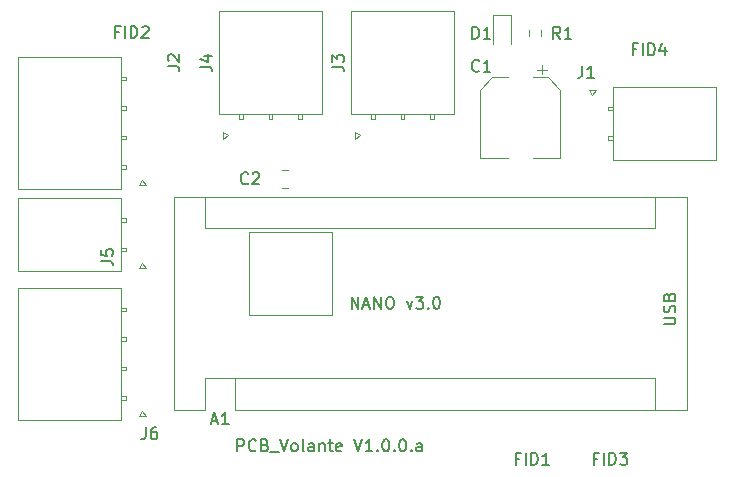
<source format=gbr>
%TF.GenerationSoftware,KiCad,Pcbnew,(5.1.8)-1*%
%TF.CreationDate,2021-05-07T13:22:02+02:00*%
%TF.ProjectId,Inputs_Volante,496e7075-7473-45f5-966f-6c616e74652e,rev?*%
%TF.SameCoordinates,Original*%
%TF.FileFunction,Legend,Top*%
%TF.FilePolarity,Positive*%
%FSLAX46Y46*%
G04 Gerber Fmt 4.6, Leading zero omitted, Abs format (unit mm)*
G04 Created by KiCad (PCBNEW (5.1.8)-1) date 2021-05-07 13:22:02*
%MOMM*%
%LPD*%
G01*
G04 APERTURE LIST*
%ADD10C,0.150000*%
%ADD11C,0.120000*%
G04 APERTURE END LIST*
D10*
X110196380Y-92193904D02*
X111005904Y-92193904D01*
X111101142Y-92146285D01*
X111148761Y-92098666D01*
X111196380Y-92003428D01*
X111196380Y-91812952D01*
X111148761Y-91717714D01*
X111101142Y-91670095D01*
X111005904Y-91622476D01*
X110196380Y-91622476D01*
X111148761Y-91193904D02*
X111196380Y-91051047D01*
X111196380Y-90812952D01*
X111148761Y-90717714D01*
X111101142Y-90670095D01*
X111005904Y-90622476D01*
X110910666Y-90622476D01*
X110815428Y-90670095D01*
X110767809Y-90717714D01*
X110720190Y-90812952D01*
X110672571Y-91003428D01*
X110624952Y-91098666D01*
X110577333Y-91146285D01*
X110482095Y-91193904D01*
X110386857Y-91193904D01*
X110291619Y-91146285D01*
X110244000Y-91098666D01*
X110196380Y-91003428D01*
X110196380Y-90765333D01*
X110244000Y-90622476D01*
X110672571Y-89860571D02*
X110720190Y-89717714D01*
X110767809Y-89670095D01*
X110863047Y-89622476D01*
X111005904Y-89622476D01*
X111101142Y-89670095D01*
X111148761Y-89717714D01*
X111196380Y-89812952D01*
X111196380Y-90193904D01*
X110196380Y-90193904D01*
X110196380Y-89860571D01*
X110244000Y-89765333D01*
X110291619Y-89717714D01*
X110386857Y-89670095D01*
X110482095Y-89670095D01*
X110577333Y-89717714D01*
X110624952Y-89765333D01*
X110672571Y-89860571D01*
X110672571Y-90193904D01*
X83788714Y-90876380D02*
X83788714Y-89876380D01*
X84360142Y-90876380D01*
X84360142Y-89876380D01*
X84788714Y-90590666D02*
X85264904Y-90590666D01*
X84693476Y-90876380D02*
X85026809Y-89876380D01*
X85360142Y-90876380D01*
X85693476Y-90876380D02*
X85693476Y-89876380D01*
X86264904Y-90876380D01*
X86264904Y-89876380D01*
X86931571Y-89876380D02*
X87122047Y-89876380D01*
X87217285Y-89924000D01*
X87312523Y-90019238D01*
X87360142Y-90209714D01*
X87360142Y-90543047D01*
X87312523Y-90733523D01*
X87217285Y-90828761D01*
X87122047Y-90876380D01*
X86931571Y-90876380D01*
X86836333Y-90828761D01*
X86741095Y-90733523D01*
X86693476Y-90543047D01*
X86693476Y-90209714D01*
X86741095Y-90019238D01*
X86836333Y-89924000D01*
X86931571Y-89876380D01*
X88455380Y-90209714D02*
X88693476Y-90876380D01*
X88931571Y-90209714D01*
X89217285Y-89876380D02*
X89836333Y-89876380D01*
X89503000Y-90257333D01*
X89645857Y-90257333D01*
X89741095Y-90304952D01*
X89788714Y-90352571D01*
X89836333Y-90447809D01*
X89836333Y-90685904D01*
X89788714Y-90781142D01*
X89741095Y-90828761D01*
X89645857Y-90876380D01*
X89360142Y-90876380D01*
X89264904Y-90828761D01*
X89217285Y-90781142D01*
X90264904Y-90781142D02*
X90312523Y-90828761D01*
X90264904Y-90876380D01*
X90217285Y-90828761D01*
X90264904Y-90781142D01*
X90264904Y-90876380D01*
X90931571Y-89876380D02*
X91026809Y-89876380D01*
X91122047Y-89924000D01*
X91169666Y-89971619D01*
X91217285Y-90066857D01*
X91264904Y-90257333D01*
X91264904Y-90495428D01*
X91217285Y-90685904D01*
X91169666Y-90781142D01*
X91122047Y-90828761D01*
X91026809Y-90876380D01*
X90931571Y-90876380D01*
X90836333Y-90828761D01*
X90788714Y-90781142D01*
X90741095Y-90685904D01*
X90693476Y-90495428D01*
X90693476Y-90257333D01*
X90741095Y-90066857D01*
X90788714Y-89971619D01*
X90836333Y-89924000D01*
X90931571Y-89876380D01*
X74105476Y-102941380D02*
X74105476Y-101941380D01*
X74486428Y-101941380D01*
X74581666Y-101989000D01*
X74629285Y-102036619D01*
X74676904Y-102131857D01*
X74676904Y-102274714D01*
X74629285Y-102369952D01*
X74581666Y-102417571D01*
X74486428Y-102465190D01*
X74105476Y-102465190D01*
X75676904Y-102846142D02*
X75629285Y-102893761D01*
X75486428Y-102941380D01*
X75391190Y-102941380D01*
X75248333Y-102893761D01*
X75153095Y-102798523D01*
X75105476Y-102703285D01*
X75057857Y-102512809D01*
X75057857Y-102369952D01*
X75105476Y-102179476D01*
X75153095Y-102084238D01*
X75248333Y-101989000D01*
X75391190Y-101941380D01*
X75486428Y-101941380D01*
X75629285Y-101989000D01*
X75676904Y-102036619D01*
X76438809Y-102417571D02*
X76581666Y-102465190D01*
X76629285Y-102512809D01*
X76676904Y-102608047D01*
X76676904Y-102750904D01*
X76629285Y-102846142D01*
X76581666Y-102893761D01*
X76486428Y-102941380D01*
X76105476Y-102941380D01*
X76105476Y-101941380D01*
X76438809Y-101941380D01*
X76534047Y-101989000D01*
X76581666Y-102036619D01*
X76629285Y-102131857D01*
X76629285Y-102227095D01*
X76581666Y-102322333D01*
X76534047Y-102369952D01*
X76438809Y-102417571D01*
X76105476Y-102417571D01*
X76867380Y-103036619D02*
X77629285Y-103036619D01*
X77724523Y-101941380D02*
X78057857Y-102941380D01*
X78391190Y-101941380D01*
X78867380Y-102941380D02*
X78772142Y-102893761D01*
X78724523Y-102846142D01*
X78676904Y-102750904D01*
X78676904Y-102465190D01*
X78724523Y-102369952D01*
X78772142Y-102322333D01*
X78867380Y-102274714D01*
X79010238Y-102274714D01*
X79105476Y-102322333D01*
X79153095Y-102369952D01*
X79200714Y-102465190D01*
X79200714Y-102750904D01*
X79153095Y-102846142D01*
X79105476Y-102893761D01*
X79010238Y-102941380D01*
X78867380Y-102941380D01*
X79772142Y-102941380D02*
X79676904Y-102893761D01*
X79629285Y-102798523D01*
X79629285Y-101941380D01*
X80581666Y-102941380D02*
X80581666Y-102417571D01*
X80534047Y-102322333D01*
X80438809Y-102274714D01*
X80248333Y-102274714D01*
X80153095Y-102322333D01*
X80581666Y-102893761D02*
X80486428Y-102941380D01*
X80248333Y-102941380D01*
X80153095Y-102893761D01*
X80105476Y-102798523D01*
X80105476Y-102703285D01*
X80153095Y-102608047D01*
X80248333Y-102560428D01*
X80486428Y-102560428D01*
X80581666Y-102512809D01*
X81057857Y-102274714D02*
X81057857Y-102941380D01*
X81057857Y-102369952D02*
X81105476Y-102322333D01*
X81200714Y-102274714D01*
X81343571Y-102274714D01*
X81438809Y-102322333D01*
X81486428Y-102417571D01*
X81486428Y-102941380D01*
X81819761Y-102274714D02*
X82200714Y-102274714D01*
X81962619Y-101941380D02*
X81962619Y-102798523D01*
X82010238Y-102893761D01*
X82105476Y-102941380D01*
X82200714Y-102941380D01*
X82915000Y-102893761D02*
X82819761Y-102941380D01*
X82629285Y-102941380D01*
X82534047Y-102893761D01*
X82486428Y-102798523D01*
X82486428Y-102417571D01*
X82534047Y-102322333D01*
X82629285Y-102274714D01*
X82819761Y-102274714D01*
X82915000Y-102322333D01*
X82962619Y-102417571D01*
X82962619Y-102512809D01*
X82486428Y-102608047D01*
X84010238Y-101941380D02*
X84343571Y-102941380D01*
X84676904Y-101941380D01*
X85534047Y-102941380D02*
X84962619Y-102941380D01*
X85248333Y-102941380D02*
X85248333Y-101941380D01*
X85153095Y-102084238D01*
X85057857Y-102179476D01*
X84962619Y-102227095D01*
X85962619Y-102846142D02*
X86010238Y-102893761D01*
X85962619Y-102941380D01*
X85915000Y-102893761D01*
X85962619Y-102846142D01*
X85962619Y-102941380D01*
X86629285Y-101941380D02*
X86724523Y-101941380D01*
X86819761Y-101989000D01*
X86867380Y-102036619D01*
X86915000Y-102131857D01*
X86962619Y-102322333D01*
X86962619Y-102560428D01*
X86915000Y-102750904D01*
X86867380Y-102846142D01*
X86819761Y-102893761D01*
X86724523Y-102941380D01*
X86629285Y-102941380D01*
X86534047Y-102893761D01*
X86486428Y-102846142D01*
X86438809Y-102750904D01*
X86391190Y-102560428D01*
X86391190Y-102322333D01*
X86438809Y-102131857D01*
X86486428Y-102036619D01*
X86534047Y-101989000D01*
X86629285Y-101941380D01*
X87391190Y-102846142D02*
X87438809Y-102893761D01*
X87391190Y-102941380D01*
X87343571Y-102893761D01*
X87391190Y-102846142D01*
X87391190Y-102941380D01*
X88057857Y-101941380D02*
X88153095Y-101941380D01*
X88248333Y-101989000D01*
X88295952Y-102036619D01*
X88343571Y-102131857D01*
X88391190Y-102322333D01*
X88391190Y-102560428D01*
X88343571Y-102750904D01*
X88295952Y-102846142D01*
X88248333Y-102893761D01*
X88153095Y-102941380D01*
X88057857Y-102941380D01*
X87962619Y-102893761D01*
X87915000Y-102846142D01*
X87867380Y-102750904D01*
X87819761Y-102560428D01*
X87819761Y-102322333D01*
X87867380Y-102131857D01*
X87915000Y-102036619D01*
X87962619Y-101989000D01*
X88057857Y-101941380D01*
X88819761Y-102846142D02*
X88867380Y-102893761D01*
X88819761Y-102941380D01*
X88772142Y-102893761D01*
X88819761Y-102846142D01*
X88819761Y-102941380D01*
X89724523Y-102941380D02*
X89724523Y-102417571D01*
X89676904Y-102322333D01*
X89581666Y-102274714D01*
X89391190Y-102274714D01*
X89295952Y-102322333D01*
X89724523Y-102893761D02*
X89629285Y-102941380D01*
X89391190Y-102941380D01*
X89295952Y-102893761D01*
X89248333Y-102798523D01*
X89248333Y-102703285D01*
X89295952Y-102608047D01*
X89391190Y-102560428D01*
X89629285Y-102560428D01*
X89724523Y-102512809D01*
D11*
%TO.C, *%
X75113000Y-91384000D02*
X82113000Y-91384000D01*
X75113000Y-84384000D02*
X75113000Y-91384000D01*
X82113000Y-84384000D02*
X82113000Y-91384000D01*
X75113000Y-84384000D02*
X82113000Y-84384000D01*
%TO.C,C2*%
X77843748Y-80618000D02*
X78366252Y-80618000D01*
X77843748Y-79148000D02*
X78366252Y-79148000D01*
%TO.C,J6*%
X66340000Y-99959264D02*
X66040000Y-99535000D01*
X65740000Y-99959264D02*
X66340000Y-99959264D01*
X66040000Y-99535000D02*
X65740000Y-99959264D01*
X64680000Y-90775000D02*
X64230000Y-90775000D01*
X64680000Y-91075000D02*
X64680000Y-90775000D01*
X64230000Y-91075000D02*
X64680000Y-91075000D01*
X64230000Y-90775000D02*
X64230000Y-91075000D01*
X64680000Y-93275000D02*
X64230000Y-93275000D01*
X64680000Y-93575000D02*
X64680000Y-93275000D01*
X64230000Y-93575000D02*
X64680000Y-93575000D01*
X64230000Y-93275000D02*
X64230000Y-93575000D01*
X64680000Y-95775000D02*
X64230000Y-95775000D01*
X64680000Y-96075000D02*
X64680000Y-95775000D01*
X64230000Y-96075000D02*
X64680000Y-96075000D01*
X64230000Y-95775000D02*
X64230000Y-96075000D01*
X64680000Y-98275000D02*
X64230000Y-98275000D01*
X64680000Y-98575000D02*
X64680000Y-98275000D01*
X64230000Y-98575000D02*
X64680000Y-98575000D01*
X64230000Y-98275000D02*
X64230000Y-98575000D01*
X55550000Y-100255000D02*
X64230000Y-100255000D01*
X55550000Y-89095000D02*
X55550000Y-100255000D01*
X64230000Y-89095000D02*
X55550000Y-89095000D01*
X64230000Y-100255000D02*
X64230000Y-89095000D01*
%TO.C,J5*%
X66340000Y-87386264D02*
X66040000Y-86962000D01*
X65740000Y-87386264D02*
X66340000Y-87386264D01*
X66040000Y-86962000D02*
X65740000Y-87386264D01*
X64680000Y-83202000D02*
X64230000Y-83202000D01*
X64680000Y-83502000D02*
X64680000Y-83202000D01*
X64230000Y-83502000D02*
X64680000Y-83502000D01*
X64230000Y-83202000D02*
X64230000Y-83502000D01*
X64680000Y-85702000D02*
X64230000Y-85702000D01*
X64680000Y-86002000D02*
X64680000Y-85702000D01*
X64230000Y-86002000D02*
X64680000Y-86002000D01*
X64230000Y-85702000D02*
X64230000Y-86002000D01*
X55550000Y-87682000D02*
X64230000Y-87682000D01*
X55550000Y-81522000D02*
X55550000Y-87682000D01*
X64230000Y-81522000D02*
X55550000Y-81522000D01*
X64230000Y-87682000D02*
X64230000Y-81522000D01*
%TO.C,C1*%
X94634000Y-78086000D02*
X96984000Y-78086000D01*
X101454000Y-78086000D02*
X99104000Y-78086000D01*
X101454000Y-72330437D02*
X101454000Y-78086000D01*
X94634000Y-72330437D02*
X94634000Y-78086000D01*
X95698437Y-71266000D02*
X96984000Y-71266000D01*
X100389563Y-71266000D02*
X99104000Y-71266000D01*
X100389563Y-71266000D02*
X101454000Y-72330437D01*
X95698437Y-71266000D02*
X94634000Y-72330437D01*
X99891500Y-70238500D02*
X99891500Y-71026000D01*
X100285250Y-70632250D02*
X99497750Y-70632250D01*
%TO.C,A1*%
X73914000Y-96774000D02*
X71374000Y-96774000D01*
X71374000Y-96774000D02*
X71374000Y-99444000D01*
X73914000Y-99444000D02*
X112144000Y-99444000D01*
X68704000Y-99444000D02*
X71374000Y-99444000D01*
X71374000Y-84074000D02*
X71374000Y-81404000D01*
X71374000Y-84074000D02*
X109474000Y-84074000D01*
X109474000Y-84074000D02*
X109474000Y-81404000D01*
X73914000Y-96774000D02*
X73914000Y-99444000D01*
X73914000Y-96774000D02*
X109474000Y-96774000D01*
X109474000Y-96774000D02*
X109474000Y-99444000D01*
X112144000Y-99444000D02*
X112144000Y-81404000D01*
X112144000Y-81404000D02*
X68704000Y-81404000D01*
X68704000Y-81404000D02*
X68704000Y-99444000D01*
%TO.C,R1*%
X99836500Y-67309276D02*
X99836500Y-67818724D01*
X98791500Y-67309276D02*
X98791500Y-67818724D01*
%TO.C,D1*%
X97255000Y-68491000D02*
X97255000Y-66031000D01*
X97255000Y-66031000D02*
X95785000Y-66031000D01*
X95785000Y-66031000D02*
X95785000Y-68491000D01*
%TO.C,J4*%
X72592000Y-74390000D02*
X81252000Y-74390000D01*
X81252000Y-74390000D02*
X81252000Y-65710000D01*
X81252000Y-65710000D02*
X72592000Y-65710000D01*
X72592000Y-65710000D02*
X72592000Y-74390000D01*
X74572000Y-74390000D02*
X74272000Y-74390000D01*
X74272000Y-74390000D02*
X74272000Y-74840000D01*
X74272000Y-74840000D02*
X74572000Y-74840000D01*
X74572000Y-74840000D02*
X74572000Y-74390000D01*
X77072000Y-74390000D02*
X76772000Y-74390000D01*
X76772000Y-74390000D02*
X76772000Y-74840000D01*
X76772000Y-74840000D02*
X77072000Y-74840000D01*
X77072000Y-74840000D02*
X77072000Y-74390000D01*
X79572000Y-74390000D02*
X79272000Y-74390000D01*
X79272000Y-74390000D02*
X79272000Y-74840000D01*
X79272000Y-74840000D02*
X79572000Y-74840000D01*
X79572000Y-74840000D02*
X79572000Y-74390000D01*
X73312000Y-76200000D02*
X72887736Y-75900000D01*
X72887736Y-75900000D02*
X72887736Y-76500000D01*
X72887736Y-76500000D02*
X73312000Y-76200000D01*
%TO.C,J3*%
X83768000Y-74390000D02*
X92428000Y-74390000D01*
X92428000Y-74390000D02*
X92428000Y-65710000D01*
X92428000Y-65710000D02*
X83768000Y-65710000D01*
X83768000Y-65710000D02*
X83768000Y-74390000D01*
X85748000Y-74390000D02*
X85448000Y-74390000D01*
X85448000Y-74390000D02*
X85448000Y-74840000D01*
X85448000Y-74840000D02*
X85748000Y-74840000D01*
X85748000Y-74840000D02*
X85748000Y-74390000D01*
X88248000Y-74390000D02*
X87948000Y-74390000D01*
X87948000Y-74390000D02*
X87948000Y-74840000D01*
X87948000Y-74840000D02*
X88248000Y-74840000D01*
X88248000Y-74840000D02*
X88248000Y-74390000D01*
X90748000Y-74390000D02*
X90448000Y-74390000D01*
X90448000Y-74390000D02*
X90448000Y-74840000D01*
X90448000Y-74840000D02*
X90748000Y-74840000D01*
X90748000Y-74840000D02*
X90748000Y-74390000D01*
X84488000Y-76200000D02*
X84063736Y-75900000D01*
X84063736Y-75900000D02*
X84063736Y-76500000D01*
X84063736Y-76500000D02*
X84488000Y-76200000D01*
%TO.C,J2*%
X64230000Y-80697000D02*
X64230000Y-69537000D01*
X64230000Y-69537000D02*
X55550000Y-69537000D01*
X55550000Y-69537000D02*
X55550000Y-80697000D01*
X55550000Y-80697000D02*
X64230000Y-80697000D01*
X64230000Y-78717000D02*
X64230000Y-79017000D01*
X64230000Y-79017000D02*
X64680000Y-79017000D01*
X64680000Y-79017000D02*
X64680000Y-78717000D01*
X64680000Y-78717000D02*
X64230000Y-78717000D01*
X64230000Y-76217000D02*
X64230000Y-76517000D01*
X64230000Y-76517000D02*
X64680000Y-76517000D01*
X64680000Y-76517000D02*
X64680000Y-76217000D01*
X64680000Y-76217000D02*
X64230000Y-76217000D01*
X64230000Y-73717000D02*
X64230000Y-74017000D01*
X64230000Y-74017000D02*
X64680000Y-74017000D01*
X64680000Y-74017000D02*
X64680000Y-73717000D01*
X64680000Y-73717000D02*
X64230000Y-73717000D01*
X64230000Y-71217000D02*
X64230000Y-71517000D01*
X64230000Y-71517000D02*
X64680000Y-71517000D01*
X64680000Y-71517000D02*
X64680000Y-71217000D01*
X64680000Y-71217000D02*
X64230000Y-71217000D01*
X66040000Y-79977000D02*
X65740000Y-80401264D01*
X65740000Y-80401264D02*
X66340000Y-80401264D01*
X66340000Y-80401264D02*
X66040000Y-79977000D01*
%TO.C,J1*%
X105950000Y-72084000D02*
X105950000Y-78244000D01*
X105950000Y-78244000D02*
X114630000Y-78244000D01*
X114630000Y-78244000D02*
X114630000Y-72084000D01*
X114630000Y-72084000D02*
X105950000Y-72084000D01*
X105950000Y-74064000D02*
X105950000Y-73764000D01*
X105950000Y-73764000D02*
X105500000Y-73764000D01*
X105500000Y-73764000D02*
X105500000Y-74064000D01*
X105500000Y-74064000D02*
X105950000Y-74064000D01*
X105950000Y-76564000D02*
X105950000Y-76264000D01*
X105950000Y-76264000D02*
X105500000Y-76264000D01*
X105500000Y-76264000D02*
X105500000Y-76564000D01*
X105500000Y-76564000D02*
X105950000Y-76564000D01*
X104140000Y-72804000D02*
X104440000Y-72379736D01*
X104440000Y-72379736D02*
X103840000Y-72379736D01*
X103840000Y-72379736D02*
X104140000Y-72804000D01*
%TO.C, *%
D10*
%TO.C,C2*%
X75017333Y-80240142D02*
X74969714Y-80287761D01*
X74826857Y-80335380D01*
X74731619Y-80335380D01*
X74588761Y-80287761D01*
X74493523Y-80192523D01*
X74445904Y-80097285D01*
X74398285Y-79906809D01*
X74398285Y-79763952D01*
X74445904Y-79573476D01*
X74493523Y-79478238D01*
X74588761Y-79383000D01*
X74731619Y-79335380D01*
X74826857Y-79335380D01*
X74969714Y-79383000D01*
X75017333Y-79430619D01*
X75398285Y-79430619D02*
X75445904Y-79383000D01*
X75541142Y-79335380D01*
X75779238Y-79335380D01*
X75874476Y-79383000D01*
X75922095Y-79430619D01*
X75969714Y-79525857D01*
X75969714Y-79621095D01*
X75922095Y-79763952D01*
X75350666Y-80335380D01*
X75969714Y-80335380D01*
%TO.C,J6*%
X66341666Y-100925380D02*
X66341666Y-101639666D01*
X66294047Y-101782523D01*
X66198809Y-101877761D01*
X66055952Y-101925380D01*
X65960714Y-101925380D01*
X67246428Y-100925380D02*
X67055952Y-100925380D01*
X66960714Y-100973000D01*
X66913095Y-101020619D01*
X66817857Y-101163476D01*
X66770238Y-101353952D01*
X66770238Y-101734904D01*
X66817857Y-101830142D01*
X66865476Y-101877761D01*
X66960714Y-101925380D01*
X67151190Y-101925380D01*
X67246428Y-101877761D01*
X67294047Y-101830142D01*
X67341666Y-101734904D01*
X67341666Y-101496809D01*
X67294047Y-101401571D01*
X67246428Y-101353952D01*
X67151190Y-101306333D01*
X66960714Y-101306333D01*
X66865476Y-101353952D01*
X66817857Y-101401571D01*
X66770238Y-101496809D01*
%TO.C,J5*%
X62571380Y-86820333D02*
X63285666Y-86820333D01*
X63428523Y-86867952D01*
X63523761Y-86963190D01*
X63571380Y-87106047D01*
X63571380Y-87201285D01*
X62571380Y-85867952D02*
X62571380Y-86344142D01*
X63047571Y-86391761D01*
X62999952Y-86344142D01*
X62952333Y-86248904D01*
X62952333Y-86010809D01*
X62999952Y-85915571D01*
X63047571Y-85867952D01*
X63142809Y-85820333D01*
X63380904Y-85820333D01*
X63476142Y-85867952D01*
X63523761Y-85915571D01*
X63571380Y-86010809D01*
X63571380Y-86248904D01*
X63523761Y-86344142D01*
X63476142Y-86391761D01*
%TO.C,C1*%
X94575333Y-70715142D02*
X94527714Y-70762761D01*
X94384857Y-70810380D01*
X94289619Y-70810380D01*
X94146761Y-70762761D01*
X94051523Y-70667523D01*
X94003904Y-70572285D01*
X93956285Y-70381809D01*
X93956285Y-70238952D01*
X94003904Y-70048476D01*
X94051523Y-69953238D01*
X94146761Y-69858000D01*
X94289619Y-69810380D01*
X94384857Y-69810380D01*
X94527714Y-69858000D01*
X94575333Y-69905619D01*
X95527714Y-70810380D02*
X94956285Y-70810380D01*
X95242000Y-70810380D02*
X95242000Y-69810380D01*
X95146761Y-69953238D01*
X95051523Y-70048476D01*
X94956285Y-70096095D01*
%TO.C,A1*%
X71929714Y-100369666D02*
X72405904Y-100369666D01*
X71834476Y-100655380D02*
X72167809Y-99655380D01*
X72501142Y-100655380D01*
X73358285Y-100655380D02*
X72786857Y-100655380D01*
X73072571Y-100655380D02*
X73072571Y-99655380D01*
X72977333Y-99798238D01*
X72882095Y-99893476D01*
X72786857Y-99941095D01*
%TO.C,R1*%
X101433333Y-68016380D02*
X101100000Y-67540190D01*
X100861904Y-68016380D02*
X100861904Y-67016380D01*
X101242857Y-67016380D01*
X101338095Y-67064000D01*
X101385714Y-67111619D01*
X101433333Y-67206857D01*
X101433333Y-67349714D01*
X101385714Y-67444952D01*
X101338095Y-67492571D01*
X101242857Y-67540190D01*
X100861904Y-67540190D01*
X102385714Y-68016380D02*
X101814285Y-68016380D01*
X102100000Y-68016380D02*
X102100000Y-67016380D01*
X102004761Y-67159238D01*
X101909523Y-67254476D01*
X101814285Y-67302095D01*
%TO.C,D1*%
X94003904Y-68016380D02*
X94003904Y-67016380D01*
X94242000Y-67016380D01*
X94384857Y-67064000D01*
X94480095Y-67159238D01*
X94527714Y-67254476D01*
X94575333Y-67444952D01*
X94575333Y-67587809D01*
X94527714Y-67778285D01*
X94480095Y-67873523D01*
X94384857Y-67968761D01*
X94242000Y-68016380D01*
X94003904Y-68016380D01*
X95527714Y-68016380D02*
X94956285Y-68016380D01*
X95242000Y-68016380D02*
X95242000Y-67016380D01*
X95146761Y-67159238D01*
X95051523Y-67254476D01*
X94956285Y-67302095D01*
%TO.C,J4*%
X70954380Y-70383333D02*
X71668666Y-70383333D01*
X71811523Y-70430952D01*
X71906761Y-70526190D01*
X71954380Y-70669047D01*
X71954380Y-70764285D01*
X71287714Y-69478571D02*
X71954380Y-69478571D01*
X70906761Y-69716666D02*
X71621047Y-69954761D01*
X71621047Y-69335714D01*
%TO.C,J3*%
X82130380Y-70383333D02*
X82844666Y-70383333D01*
X82987523Y-70430952D01*
X83082761Y-70526190D01*
X83130380Y-70669047D01*
X83130380Y-70764285D01*
X82130380Y-70002380D02*
X82130380Y-69383333D01*
X82511333Y-69716666D01*
X82511333Y-69573809D01*
X82558952Y-69478571D01*
X82606571Y-69430952D01*
X82701809Y-69383333D01*
X82939904Y-69383333D01*
X83035142Y-69430952D01*
X83082761Y-69478571D01*
X83130380Y-69573809D01*
X83130380Y-69859523D01*
X83082761Y-69954761D01*
X83035142Y-70002380D01*
%TO.C,J2*%
X68198380Y-70333333D02*
X68912666Y-70333333D01*
X69055523Y-70380952D01*
X69150761Y-70476190D01*
X69198380Y-70619047D01*
X69198380Y-70714285D01*
X68293619Y-69904761D02*
X68246000Y-69857142D01*
X68198380Y-69761904D01*
X68198380Y-69523809D01*
X68246000Y-69428571D01*
X68293619Y-69380952D01*
X68388857Y-69333333D01*
X68484095Y-69333333D01*
X68626952Y-69380952D01*
X69198380Y-69952380D01*
X69198380Y-69333333D01*
%TO.C,J1*%
X103298666Y-70318380D02*
X103298666Y-71032666D01*
X103251047Y-71175523D01*
X103155809Y-71270761D01*
X103012952Y-71318380D01*
X102917714Y-71318380D01*
X104298666Y-71318380D02*
X103727238Y-71318380D01*
X104012952Y-71318380D02*
X104012952Y-70318380D01*
X103917714Y-70461238D01*
X103822476Y-70556476D01*
X103727238Y-70604095D01*
%TO.C,FID4*%
X107894571Y-68889571D02*
X107561238Y-68889571D01*
X107561238Y-69413380D02*
X107561238Y-68413380D01*
X108037428Y-68413380D01*
X108418380Y-69413380D02*
X108418380Y-68413380D01*
X108894571Y-69413380D02*
X108894571Y-68413380D01*
X109132666Y-68413380D01*
X109275523Y-68461000D01*
X109370761Y-68556238D01*
X109418380Y-68651476D01*
X109466000Y-68841952D01*
X109466000Y-68984809D01*
X109418380Y-69175285D01*
X109370761Y-69270523D01*
X109275523Y-69365761D01*
X109132666Y-69413380D01*
X108894571Y-69413380D01*
X110323142Y-68746714D02*
X110323142Y-69413380D01*
X110085047Y-68365761D02*
X109846952Y-69080047D01*
X110466000Y-69080047D01*
%TO.C,FID3*%
X104592571Y-103560571D02*
X104259238Y-103560571D01*
X104259238Y-104084380D02*
X104259238Y-103084380D01*
X104735428Y-103084380D01*
X105116380Y-104084380D02*
X105116380Y-103084380D01*
X105592571Y-104084380D02*
X105592571Y-103084380D01*
X105830666Y-103084380D01*
X105973523Y-103132000D01*
X106068761Y-103227238D01*
X106116380Y-103322476D01*
X106164000Y-103512952D01*
X106164000Y-103655809D01*
X106116380Y-103846285D01*
X106068761Y-103941523D01*
X105973523Y-104036761D01*
X105830666Y-104084380D01*
X105592571Y-104084380D01*
X106497333Y-103084380D02*
X107116380Y-103084380D01*
X106783047Y-103465333D01*
X106925904Y-103465333D01*
X107021142Y-103512952D01*
X107068761Y-103560571D01*
X107116380Y-103655809D01*
X107116380Y-103893904D01*
X107068761Y-103989142D01*
X107021142Y-104036761D01*
X106925904Y-104084380D01*
X106640190Y-104084380D01*
X106544952Y-104036761D01*
X106497333Y-103989142D01*
%TO.C,FID2*%
X64079571Y-67428571D02*
X63746238Y-67428571D01*
X63746238Y-67952380D02*
X63746238Y-66952380D01*
X64222428Y-66952380D01*
X64603380Y-67952380D02*
X64603380Y-66952380D01*
X65079571Y-67952380D02*
X65079571Y-66952380D01*
X65317666Y-66952380D01*
X65460523Y-67000000D01*
X65555761Y-67095238D01*
X65603380Y-67190476D01*
X65651000Y-67380952D01*
X65651000Y-67523809D01*
X65603380Y-67714285D01*
X65555761Y-67809523D01*
X65460523Y-67904761D01*
X65317666Y-67952380D01*
X65079571Y-67952380D01*
X66031952Y-67047619D02*
X66079571Y-67000000D01*
X66174809Y-66952380D01*
X66412904Y-66952380D01*
X66508142Y-67000000D01*
X66555761Y-67047619D01*
X66603380Y-67142857D01*
X66603380Y-67238095D01*
X66555761Y-67380952D01*
X65984333Y-67952380D01*
X66603380Y-67952380D01*
%TO.C,FID1*%
X97988571Y-103560571D02*
X97655238Y-103560571D01*
X97655238Y-104084380D02*
X97655238Y-103084380D01*
X98131428Y-103084380D01*
X98512380Y-104084380D02*
X98512380Y-103084380D01*
X98988571Y-104084380D02*
X98988571Y-103084380D01*
X99226666Y-103084380D01*
X99369523Y-103132000D01*
X99464761Y-103227238D01*
X99512380Y-103322476D01*
X99560000Y-103512952D01*
X99560000Y-103655809D01*
X99512380Y-103846285D01*
X99464761Y-103941523D01*
X99369523Y-104036761D01*
X99226666Y-104084380D01*
X98988571Y-104084380D01*
X100512380Y-104084380D02*
X99940952Y-104084380D01*
X100226666Y-104084380D02*
X100226666Y-103084380D01*
X100131428Y-103227238D01*
X100036190Y-103322476D01*
X99940952Y-103370095D01*
%TD*%
M02*

</source>
